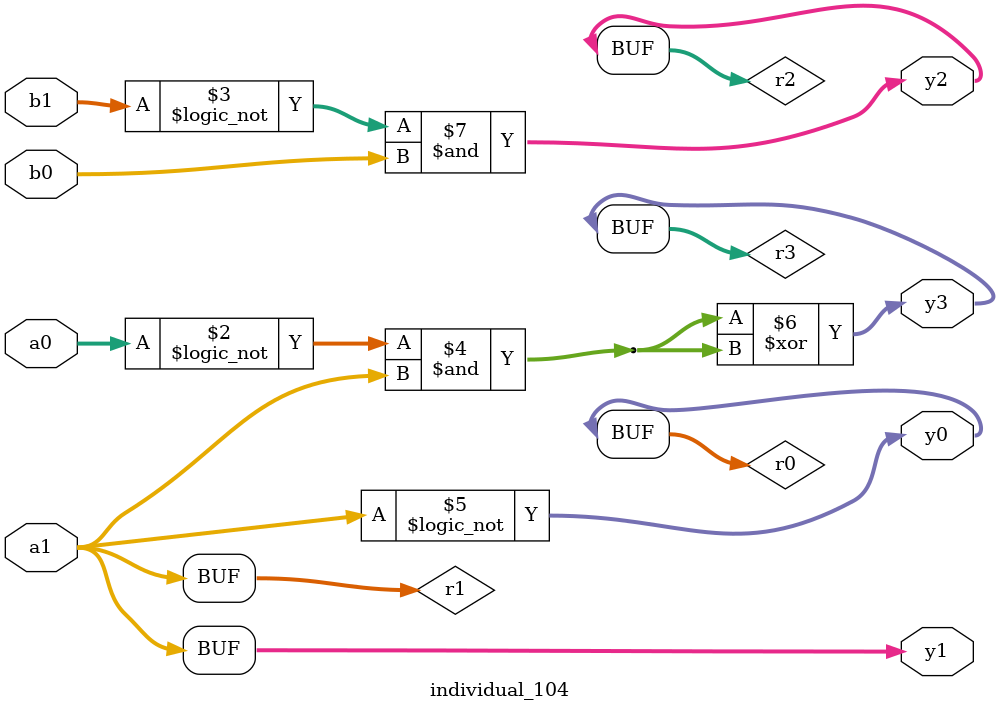
<source format=sv>
module individual_104(input logic [15:0] a1, input logic [15:0] a0, input logic [15:0] b1, input logic [15:0] b0, output logic [15:0] y3, output logic [15:0] y2, output logic [15:0] y1, output logic [15:0] y0);
logic [15:0] r0, r1, r2, r3; 
 always@(*) begin 
	 r0 = a0; r1 = a1; r2 = b0; r3 = b1; 
 	 r3 = ! a0 ;
 	 r2 = ! b1 ;
 	 r3  &=  r1 ;
 	 r0 = ! r1 ;
 	 r3  ^=  r3 ;
 	 r2  &=  b0 ;
 	 y3 = r3; y2 = r2; y1 = r1; y0 = r0; 
end
endmodule
</source>
